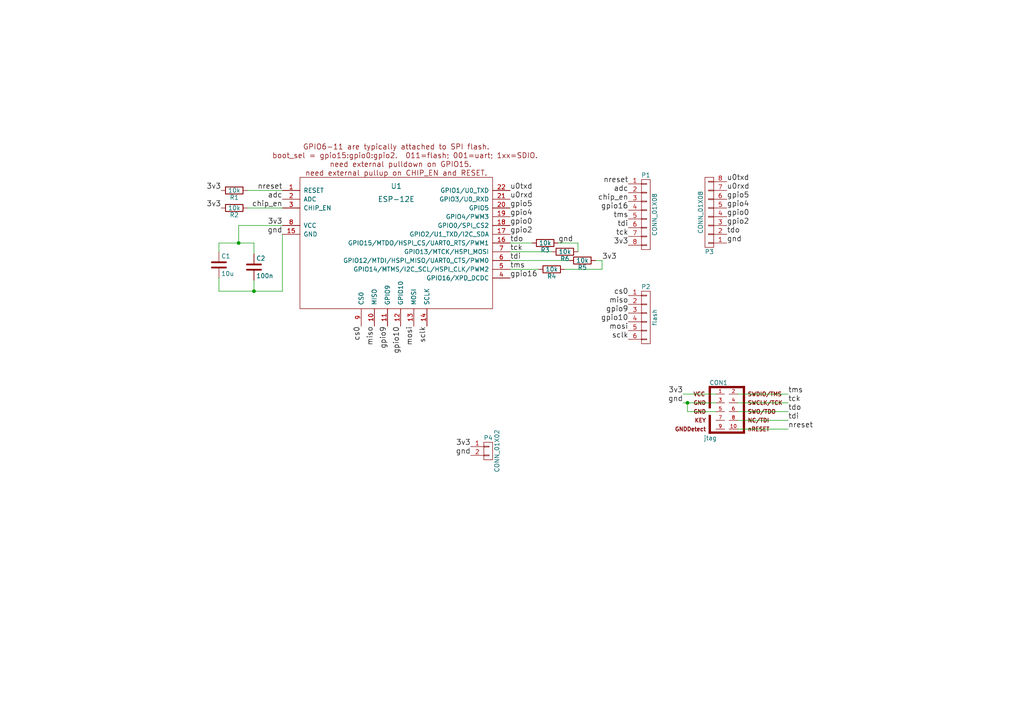
<source format=kicad_sch>
(kicad_sch (version 20230121) (generator eeschema)
  (paper "A4")
  (lib_symbols
    (symbol "esp8266-jtag-rescue:ARM-SWD-HEADER" (pin_names (offset 1.016))
      (property "Reference" "CON" (at -2.413 8.382 0))
      (property "Value" "ARM-SWD-HEADER" (at -6.731 -8.382 0))
      (symbol "ARM-SWD-HEADER_0_0"
        (text "KEY" (at -5.969 -2.54 0) (effects (font (size 1.143 1.143) bold) (justify right)))
        (text "SWDIO/TMS" (at 5.969 5.08 0) (effects (font (size 1.143 1.143) bold) (justify left)))
      )
      (symbol "ARM-SWD-HEADER_0_1"
        (rectangle (start -5.207 -5.842) (end 5.207 -6.35) (fill (type outline)))
        (rectangle (start -5.207 -1.016) (end -4.699 -6.35) (fill (type outline)))
        (rectangle (start -4.699 7.366) (end -5.207 1.016) (fill (type outline)))
        (rectangle (start -4.699 7.366) (end 5.207 6.858) (fill (type outline)))
        (rectangle (start 4.699 7.366) (end 5.207 -5.842) (fill (type outline)))
      )
      (symbol "ARM-SWD-HEADER_1_0"
        (text "GND" (at -5.969 0 0) (effects (font (size 1.143 1.143) bold) (justify right)))
        (text "GND" (at -5.969 2.54 0) (effects (font (size 1.143 1.143) bold) (justify right)))
        (text "GNDDetect" (at -5.969 -5.08 0) (effects (font (size 1.143 1.143) bold) (justify right)))
        (text "NC/TDI" (at 5.969 -2.54 0) (effects (font (size 1.143 1.143) bold) (justify left)))
        (text "nRESET" (at 5.969 -5.08 0) (effects (font (size 1.143 1.143) bold) (justify left)))
        (text "SWCLK/TCK" (at 5.969 2.54 0) (effects (font (size 1.143 1.143) bold) (justify left)))
        (text "SWO/TDO" (at 5.969 0 0) (effects (font (size 1.143 1.143) bold) (justify left)))
        (text "VCC" (at -6.223 5.08 0) (effects (font (size 1.143 1.143) bold) (justify right)))
      )
      (symbol "ARM-SWD-HEADER_1_1"
        (pin passive line (at -3.175 5.08 0) (length 2.54) (name "~") (number "1"))
        (pin passive line (at 3.175 -5.08 180) (length 2.54) (name "~") (number "10"))
        (pin passive line (at 3.175 5.08 180) (length 2.54) (name "~") (number "2"))
        (pin passive line (at -3.175 2.54 0) (length 2.54) (name "~") (number "3"))
        (pin passive line (at 3.175 2.54 180) (length 2.54) (name "~") (number "4"))
        (pin passive line (at -3.175 0 0) (length 2.54) (name "~") (number "5"))
        (pin passive line (at 3.175 0 180) (length 2.54) (name "~") (number "6"))
        (pin bidirectional line (at -3.175 -2.54 0) (length 2.54) (name "~") (number "7"))
        (pin bidirectional line (at 3.175 -2.54 180) (length 2.54) (name "~") (number "8"))
        (pin passive line (at -3.175 -5.08 0) (length 2.54) (name "~") (number "9"))
      )
    )
    (symbol "esp8266-jtag-rescue:C" (pin_numbers hide) (pin_names (offset 0.254))
      (property "Reference" "C" (at 0.635 2.54 0))
      (property "Value" "C" (at 0.635 -2.54 0))
      (symbol "C_0_1"
        (polyline (pts (xy -2.032 -0.762) (xy 2.032 -0.762)) (stroke (width 0.508)))
        (polyline (pts (xy -2.032 0.762) (xy 2.032 0.762)) (stroke (width 0.508)))
      )
      (symbol "C_1_1"
        (pin passive line (at 0 3.81 270) (length 2.794) (name "~") (number "1"))
        (pin passive line (at 0 -3.81 90) (length 2.794) (name "~") (number "2"))
      )
    )
    (symbol "esp8266-jtag-rescue:CONN_01X02" (pin_names (offset 1.016) hide)
      (property "Reference" "P" (at 0 3.81 0))
      (property "Value" "CONN_01X02" (at 2.54 0 90))
      (symbol "CONN_01X02_0_1"
        (rectangle (start -1.27 -1.143) (end 0.254 -1.397))
        (rectangle (start -1.27 1.397) (end 0.254 1.143))
        (rectangle (start -1.27 2.54) (end 1.27 -2.54))
      )
      (symbol "CONN_01X02_1_1"
        (pin passive line (at -5.08 1.27 0) (length 3.81) (name "P1") (number "1"))
        (pin passive line (at -5.08 -1.27 0) (length 3.81) (name "P2") (number "2"))
      )
    )
    (symbol "esp8266-jtag-rescue:CONN_01X06" (pin_names (offset 1.016) hide)
      (property "Reference" "P" (at 0 8.89 0))
      (property "Value" "CONN_01X06" (at 2.54 0 90))
      (symbol "CONN_01X06_0_1"
        (rectangle (start -1.27 -6.223) (end 0.254 -6.477))
        (rectangle (start -1.27 -3.683) (end 0.254 -3.937))
        (rectangle (start -1.27 -1.143) (end 0.254 -1.397))
        (rectangle (start -1.27 1.397) (end 0.254 1.143))
        (rectangle (start -1.27 3.937) (end 0.254 3.683))
        (rectangle (start -1.27 6.477) (end 0.254 6.223))
        (rectangle (start -1.27 7.62) (end 1.27 -7.62))
      )
      (symbol "CONN_01X06_1_1"
        (pin passive line (at -5.08 6.35 0) (length 3.81) (name "P1") (number "1"))
        (pin passive line (at -5.08 3.81 0) (length 3.81) (name "P2") (number "2"))
        (pin passive line (at -5.08 1.27 0) (length 3.81) (name "P3") (number "3"))
        (pin passive line (at -5.08 -1.27 0) (length 3.81) (name "P4") (number "4"))
        (pin passive line (at -5.08 -3.81 0) (length 3.81) (name "P5") (number "5"))
        (pin passive line (at -5.08 -6.35 0) (length 3.81) (name "P6") (number "6"))
      )
    )
    (symbol "esp8266-jtag-rescue:CONN_01X08" (pin_names (offset 1.016) hide)
      (property "Reference" "P" (at 0 11.43 0))
      (property "Value" "CONN_01X08" (at 2.54 0 90))
      (symbol "CONN_01X08_0_1"
        (rectangle (start -1.27 -10.16) (end 1.27 10.16))
        (rectangle (start -1.27 -8.763) (end 0.254 -9.017))
        (rectangle (start -1.27 -6.223) (end 0.254 -6.477))
        (rectangle (start -1.27 -3.683) (end 0.254 -3.937))
        (rectangle (start -1.27 -1.143) (end 0.254 -1.397))
        (rectangle (start -1.27 1.397) (end 0.254 1.143))
        (rectangle (start -1.27 3.937) (end 0.254 3.683))
        (rectangle (start -1.27 6.477) (end 0.254 6.223))
        (rectangle (start -1.27 9.017) (end 0.254 8.763))
      )
      (symbol "CONN_01X08_1_1"
        (pin passive line (at -5.08 8.89 0) (length 3.81) (name "P1") (number "1"))
        (pin passive line (at -5.08 6.35 0) (length 3.81) (name "P2") (number "2"))
        (pin passive line (at -5.08 3.81 0) (length 3.81) (name "P3") (number "3"))
        (pin passive line (at -5.08 1.27 0) (length 3.81) (name "P4") (number "4"))
        (pin passive line (at -5.08 -1.27 0) (length 3.81) (name "P5") (number "5"))
        (pin passive line (at -5.08 -3.81 0) (length 3.81) (name "P6") (number "6"))
        (pin passive line (at -5.08 -6.35 0) (length 3.81) (name "P7") (number "7"))
        (pin passive line (at -5.08 -8.89 0) (length 3.81) (name "P8") (number "8"))
      )
    )
    (symbol "esp8266-jtag-rescue:ESP8266-ESP-12E" (pin_names (offset 1.016))
      (property "Reference" "U" (at 0 16.51 0))
      (property "Value" "ESP8266-ESP-12E" (at 0 12.7 0))
      (symbol "ESP8266-ESP-12E_0_0"
        (text "boot_sel = gpio15:gpio0:gpio2.  011=flash; 001=uart; 1xx=SDIO." (at 2.54 25.4 0) (effects (font (size 1.524 1.524))))
        (text "GPIO6-11 are typically attached to SPI flash." (at 0 27.94 0) (effects (font (size 1.524 1.524))))
        (text "need external pulldown on GPIO15." (at 1.27 22.86 0) (effects (font (size 1.524 1.524))))
        (text "need external pullup on CHIP_EN and RESET." (at 0 20.32 0) (effects (font (size 1.524 1.524))))
      )
      (symbol "ESP8266-ESP-12E_0_1"
        (rectangle (start -27.94 19.05) (end 27.94 -19.05))
      )
      (symbol "ESP8266-ESP-12E_1_1"
        (pin input line (at -33.02 15.24 0) (length 5.08) (name "RESET") (number "1"))
        (pin input line (at -6.35 -24.13 90) (length 5.08) (name "MISO") (number "10"))
        (pin input line (at -2.54 -24.13 90) (length 5.08) (name "GPIO9") (number "11"))
        (pin input line (at 1.27 -24.13 90) (length 5.08) (name "GPIO10") (number "12"))
        (pin input line (at 5.08 -24.13 90) (length 5.08) (name "MOSI") (number "13"))
        (pin input line (at 8.89 -24.13 90) (length 5.08) (name "SCLK") (number "14"))
        (pin input line (at -33.02 2.54 0) (length 5.08) (name "GND") (number "15"))
        (pin input line (at 33.02 0 180) (length 5.08) (name "GPIO15/MTDO/HSPI_CS/UART0_RTS/PWM1") (number "16"))
        (pin input line (at 33.02 2.54 180) (length 5.08) (name "GPIO2/U1_TXD/I2C_SDA") (number "17"))
        (pin input line (at 33.02 5.08 180) (length 5.08) (name "GPIO0/SPI_CS2") (number "18"))
        (pin input line (at 33.02 7.62 180) (length 5.08) (name "GPIO4/PWM3") (number "19"))
        (pin input line (at -33.02 12.7 0) (length 5.08) (name "ADC") (number "2"))
        (pin input line (at 33.02 10.16 180) (length 5.08) (name "GPIO5") (number "20"))
        (pin input line (at 33.02 12.7 180) (length 5.08) (name "GPIO3/U0_RXD") (number "21"))
        (pin input line (at 33.02 15.24 180) (length 5.08) (name "GPIO1/U0_TXD") (number "22"))
        (pin input line (at -33.02 10.16 0) (length 5.08) (name "CHIP_EN") (number "3"))
        (pin input line (at 33.02 -10.16 180) (length 5.08) (name "GPIO16/XPD_DCDC") (number "4"))
        (pin input line (at 33.02 -7.62 180) (length 5.08) (name "GPIO14/MTMS/I2C_SCL/HSPI_CLK/PWM2") (number "5"))
        (pin input line (at 33.02 -5.08 180) (length 5.08) (name "GPIO12/MTDI/HSPI_MISO/UART0_CTS/PWM0") (number "6"))
        (pin input line (at 33.02 -2.54 180) (length 5.08) (name "GPIO13/MTCK/HSPI_MOSI") (number "7"))
        (pin input line (at -33.02 5.08 0) (length 5.08) (name "VCC") (number "8"))
        (pin input line (at -10.16 -24.13 90) (length 5.08) (name "CS0") (number "9"))
      )
    )
    (symbol "esp8266-jtag-rescue:R" (pin_numbers hide) (pin_names (offset 0))
      (property "Reference" "R" (at 2.032 0 90))
      (property "Value" "R" (at 0 0 90))
      (symbol "R_0_1"
        (rectangle (start -1.016 -2.54) (end 1.016 2.54) (stroke (width 0.254)))
      )
      (symbol "R_1_1"
        (pin passive line (at 0 3.81 270) (length 1.27) (name "~") (number "1"))
        (pin passive line (at 0 -3.81 90) (length 1.27) (name "~") (number "2"))
      )
    )
  )
  (junction (at 199.39 116.84))
  (junction (at 73.66 84.455))
  (junction (at 69.215 70.485))
  (wire (pts (xy 174.625 78.105) (xy 174.625 75.565)))
  (wire (pts (xy 69.215 70.485) (xy 73.66 70.485)))
  (wire (pts (xy 213.995 116.84) (xy 228.6 116.84)))
  (wire (pts (xy 63.5 70.485) (xy 63.5 73.025)))
  (wire (pts (xy 63.5 80.645) (xy 63.5 84.455)))
  (wire (pts (xy 213.995 119.38) (xy 228.6 119.38)))
  (wire (pts (xy 167.64 70.485) (xy 167.64 73.025)))
  (wire (pts (xy 156.21 78.105) (xy 147.955 78.105)))
  (wire (pts (xy 163.83 78.105) (xy 174.625 78.105)))
  (wire (pts (xy 73.66 84.455) (xy 73.66 81.28)))
  (wire (pts (xy 199.39 116.84) (xy 207.645 116.84)))
  (wire (pts (xy 199.39 119.38) (xy 207.645 119.38)))
  (wire (pts (xy 73.66 84.455) (xy 81.915 84.455)))
  (wire (pts (xy 154.305 70.485) (xy 147.955 70.485)))
  (wire (pts (xy 63.5 84.455) (xy 73.66 84.455)))
  (wire (pts (xy 81.915 84.455) (xy 81.915 67.945)))
  (wire (pts (xy 81.915 65.405) (xy 69.215 65.405)))
  (wire (pts (xy 228.6 121.92) (xy 213.995 121.92)))
  (wire (pts (xy 147.955 75.565) (xy 165.1 75.565)))
  (wire (pts (xy 69.215 65.405) (xy 69.215 70.485)))
  (wire (pts (xy 161.925 70.485) (xy 167.64 70.485)))
  (wire (pts (xy 71.755 55.245) (xy 81.915 55.245)))
  (wire (pts (xy 81.915 60.325) (xy 71.755 60.325)))
  (wire (pts (xy 174.625 75.565) (xy 172.72 75.565)))
  (wire (pts (xy 63.5 70.485) (xy 69.215 70.485)))
  (wire (pts (xy 73.66 70.485) (xy 73.66 73.66)))
  (wire (pts (xy 213.995 124.46) (xy 228.6 124.46)))
  (wire (pts (xy 160.02 73.025) (xy 147.955 73.025)))
  (wire (pts (xy 213.995 114.3) (xy 228.6 114.3)))
  (wire (pts (xy 198.12 116.84) (xy 199.39 116.84)))
  (wire (pts (xy 199.39 116.84) (xy 199.39 119.38)))
  (wire (pts (xy 198.12 114.3) (xy 207.645 114.3)))
  (label "tck" (at 228.6 116.84 0) (effects (font (size 1.524 1.524))))
  (label "adc" (at 182.245 55.88 180) (effects (font (size 1.524 1.524))))
  (label "u0txd" (at 147.955 55.245 0) (effects (font (size 1.524 1.524))))
  (label "3v3" (at 136.525 129.54 180) (effects (font (size 1.524 1.524))))
  (label "cs0" (at 182.245 85.725 180) (effects (font (size 1.524 1.524))))
  (label "3v3" (at 64.135 60.325 180) (effects (font (size 1.524 1.524))))
  (label "gpio10" (at 116.205 94.615 270) (effects (font (size 1.524 1.524))))
  (label "miso" (at 108.585 94.615 270) (effects (font (size 1.524 1.524))))
  (label "sclk" (at 182.245 98.425 180) (effects (font (size 1.524 1.524))))
  (label "sclk" (at 123.825 94.615 270) (effects (font (size 1.524 1.524))))
  (label "gpio16" (at 147.955 80.645 0) (effects (font (size 1.524 1.524))))
  (label "tdo" (at 210.82 67.945 0) (effects (font (size 1.524 1.524))))
  (label "tms" (at 147.955 78.105 0) (effects (font (size 1.524 1.524))))
  (label "cs0" (at 104.775 94.615 270) (effects (font (size 1.524 1.524))))
  (label "3v3" (at 198.12 114.3 180) (effects (font (size 1.524 1.524))))
  (label "gpio2" (at 210.82 65.405 0) (effects (font (size 1.524 1.524))))
  (label "chip_en" (at 81.915 60.325 180) (effects (font (size 1.524 1.524))))
  (label "tdi" (at 147.955 75.565 0) (effects (font (size 1.524 1.524))))
  (label "gpio9" (at 112.395 94.615 270) (effects (font (size 1.524 1.524))))
  (label "u0rxd" (at 147.955 57.785 0) (effects (font (size 1.524 1.524))))
  (label "3v3" (at 81.915 65.405 180) (effects (font (size 1.524 1.524))))
  (label "gnd" (at 81.915 67.945 180) (effects (font (size 1.524 1.524))))
  (label "u0rxd" (at 210.82 55.245 0) (effects (font (size 1.524 1.524))))
  (label "tdo" (at 147.955 70.485 0) (effects (font (size 1.524 1.524))))
  (label "gpio4" (at 147.955 62.865 0) (effects (font (size 1.524 1.524))))
  (label "gpio5" (at 147.955 60.325 0) (effects (font (size 1.524 1.524))))
  (label "3v3" (at 182.245 71.12 180) (effects (font (size 1.524 1.524))))
  (label "gpio0" (at 147.955 65.405 0) (effects (font (size 1.524 1.524))))
  (label "gnd" (at 210.82 70.485 0) (effects (font (size 1.524 1.524))))
  (label "gnd" (at 161.925 70.485 0) (effects (font (size 1.524 1.524))))
  (label "3v3" (at 174.625 75.565 0) (effects (font (size 1.524 1.524))))
  (label "u0txd" (at 210.82 52.705 0) (effects (font (size 1.524 1.524))))
  (label "tms" (at 182.245 63.5 180) (effects (font (size 1.524 1.524))))
  (label "chip_en" (at 182.245 58.42 180) (effects (font (size 1.524 1.524))))
  (label "tms" (at 228.6 114.3 0) (effects (font (size 1.524 1.524))))
  (label "gpio0" (at 210.82 62.865 0) (effects (font (size 1.524 1.524))))
  (label "nreset" (at 182.245 53.34 180) (effects (font (size 1.524 1.524))))
  (label "gpio2" (at 147.955 67.945 0) (effects (font (size 1.524 1.524))))
  (label "tdi" (at 182.245 66.04 180) (effects (font (size 1.524 1.524))))
  (label "miso" (at 182.245 88.265 180) (effects (font (size 1.524 1.524))))
  (label "tck" (at 147.955 73.025 0) (effects (font (size 1.524 1.524))))
  (label "gpio10" (at 182.245 93.345 180) (effects (font (size 1.524 1.524))))
  (label "gpio4" (at 210.82 60.325 0) (effects (font (size 1.524 1.524))))
  (label "nreset" (at 228.6 124.46 0) (effects (font (size 1.524 1.524))))
  (label "nreset" (at 81.915 55.245 180) (effects (font (size 1.524 1.524))))
  (label "adc" (at 81.915 57.785 180) (effects (font (size 1.524 1.524))))
  (label "mosi" (at 182.245 95.885 180) (effects (font (size 1.524 1.524))))
  (label "gnd" (at 198.12 116.84 180) (effects (font (size 1.524 1.524))))
  (label "gpio16" (at 182.245 60.96 180) (effects (font (size 1.524 1.524))))
  (label "3v3" (at 64.135 55.245 180) (effects (font (size 1.524 1.524))))
  (label "gpio9" (at 182.245 90.805 180) (effects (font (size 1.524 1.524))))
  (label "gnd" (at 136.525 132.08 180) (effects (font (size 1.524 1.524))))
  (label "tdo" (at 228.6 119.38 0) (effects (font (size 1.524 1.524))))
  (label "tdi" (at 228.6 121.92 0) (effects (font (size 1.524 1.524))))
  (label "tck" (at 182.245 68.58 180) (effects (font (size 1.524 1.524))))
  (label "gpio5" (at 210.82 57.785 0) (effects (font (size 1.524 1.524))))
  (label "mosi" (at 120.015 94.615 270) (effects (font (size 1.524 1.524))))
  (symbol (lib_id "esp8266-jtag-rescue:ARM-SWD-HEADER") (at 210.82 119.38 0) (unit 1)
    (property "Reference" "CON1" (at 208.407 110.998 0))
    (property "Value" "jtag" (at 204.089 127.762 0) (effects (justify left bottom)))
    (property "Footprint" "myelin-kicad:pin_array_5x2_50mil_smd" (effects hide))
  )
  (symbol (lib_id "esp8266-jtag-rescue:ESP8266-ESP-12E") (at 114.935 70.485 0) (unit 1)
    (property "Reference" "U1" (at 114.935 53.975 0) (effects (font (size 1.524 1.524))))
    (property "Value" "ESP-12E" (at 114.935 57.785 0) (effects (font (size 1.524 1.524))))
    (property "Footprint" "myelin-kicad:ESP8266-ESP-12E" (effects hide))
  )
  (symbol (lib_id "esp8266-jtag-rescue:CONN_01X08") (at 205.74 61.595 180) (unit 1)
    (property "Reference" "P3" (at 205.74 73.025 0))
    (property "Value" "CONN_01X08" (at 203.2 61.595 90))
    (property "Footprint" "Pin_Headers:Pin_Header_Straight_1x08" (effects hide))
  )
  (symbol (lib_id "esp8266-jtag-rescue:CONN_01X08") (at 187.325 62.23 0) (unit 1)
    (property "Reference" "P1" (at 187.325 50.8 0))
    (property "Value" "CONN_01X08" (at 189.865 62.23 90))
    (property "Footprint" "Pin_Headers:Pin_Header_Straight_1x08" (effects hide))
  )
  (symbol (lib_id "esp8266-jtag-rescue:CONN_01X06") (at 187.325 92.075 0) (unit 1)
    (property "Reference" "P2" (at 187.325 83.185 0))
    (property "Value" "flash" (at 189.865 92.075 90))
    (property "Footprint" "myelin-kicad:pin_array_2x3_100mil_pth" (effects hide))
  )
  (symbol (lib_id "esp8266-jtag-rescue:C") (at 73.66 77.47 0) (unit 1)
    (property "Reference" "C2" (at 74.295 74.93 0) (effects (justify left)))
    (property "Value" "100n" (at 74.295 80.01 0) (effects (justify left)))
    (property "Footprint" "myelin-kicad:C0805_nosilkscreen" (effects hide))
  )
  (symbol (lib_id "esp8266-jtag-rescue:R") (at 67.945 55.245 270) (unit 1)
    (property "Reference" "R1" (at 67.945 57.277 90))
    (property "Value" "10k" (at 67.945 55.245 90))
    (property "Footprint" "myelin-kicad:R0805_nosilkscreen" (effects hide))
  )
  (symbol (lib_id "esp8266-jtag-rescue:R") (at 67.945 60.325 270) (unit 1)
    (property "Reference" "R2" (at 67.945 62.357 90))
    (property "Value" "10k" (at 67.945 60.325 90))
    (property "Footprint" "myelin-kicad:R0805_nosilkscreen" (effects hide))
  )
  (symbol (lib_id "esp8266-jtag-rescue:R") (at 158.115 70.485 270) (unit 1)
    (property "Reference" "R3" (at 158.115 72.517 90))
    (property "Value" "10k" (at 158.115 70.485 90))
    (property "Footprint" "myelin-kicad:R0805_nosilkscreen" (effects hide))
  )
  (symbol (lib_id "esp8266-jtag-rescue:C") (at 63.5 76.835 0) (unit 1)
    (property "Reference" "C1" (at 64.135 74.295 0) (effects (justify left)))
    (property "Value" "10u" (at 64.135 79.375 0) (effects (justify left)))
    (property "Footprint" "myelin-kicad:C0805_nosilkscreen" (effects hide))
  )
  (symbol (lib_id "esp8266-jtag-rescue:R") (at 160.02 78.105 270) (unit 1)
    (property "Reference" "R4" (at 160.02 80.137 90))
    (property "Value" "10k" (at 160.02 78.105 90))
    (property "Footprint" "myelin-kicad:R0805_nosilkscreen" (effects hide))
  )
  (symbol (lib_id "esp8266-jtag-rescue:R") (at 168.91 75.565 270) (unit 1)
    (property "Reference" "R5" (at 168.91 77.597 90))
    (property "Value" "10k" (at 168.91 75.565 90))
    (property "Footprint" "myelin-kicad:R0805_nosilkscreen" (effects hide))
  )
  (symbol (lib_id "esp8266-jtag-rescue:R") (at 163.83 73.025 270) (unit 1)
    (property "Reference" "R6" (at 163.83 75.057 90))
    (property "Value" "10k" (at 163.83 73.025 90))
    (property "Footprint" "myelin-kicad:R0805_nosilkscreen" (effects hide))
  )
  (symbol (lib_id "esp8266-jtag-rescue:CONN_01X02") (at 141.605 130.81 0) (unit 1)
    (property "Reference" "P4" (at 141.605 127 0))
    (property "Value" "CONN_01X02" (at 144.145 130.81 90))
    (property "Footprint" "Pin_Headers:Pin_Header_Straight_1x02" (effects hide))
  )
)
</source>
